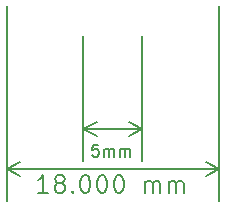
<source format=gbr>
G04 #@! TF.FileFunction,Other,Comment*
%FSLAX46Y46*%
G04 Gerber Fmt 4.6, Leading zero omitted, Abs format (unit mm)*
G04 Created by KiCad (PCBNEW (2016-04-07 BZR 6673, Git 973786d)-product) date Fri 08 Apr 2016 06:49:24 PM CEST*
%MOMM*%
G01*
G04 APERTURE LIST*
%ADD10C,0.150000*%
%ADD11C,0.200000*%
G04 APERTURE END LIST*
D10*
D11*
X69512857Y-77828571D02*
X68655714Y-77828571D01*
X69084285Y-77828571D02*
X69084285Y-76328571D01*
X68941428Y-76542857D01*
X68798571Y-76685714D01*
X68655714Y-76757142D01*
X70370000Y-76971428D02*
X70227142Y-76900000D01*
X70155714Y-76828571D01*
X70084285Y-76685714D01*
X70084285Y-76614285D01*
X70155714Y-76471428D01*
X70227142Y-76400000D01*
X70370000Y-76328571D01*
X70655714Y-76328571D01*
X70798571Y-76400000D01*
X70870000Y-76471428D01*
X70941428Y-76614285D01*
X70941428Y-76685714D01*
X70870000Y-76828571D01*
X70798571Y-76900000D01*
X70655714Y-76971428D01*
X70370000Y-76971428D01*
X70227142Y-77042857D01*
X70155714Y-77114285D01*
X70084285Y-77257142D01*
X70084285Y-77542857D01*
X70155714Y-77685714D01*
X70227142Y-77757142D01*
X70370000Y-77828571D01*
X70655714Y-77828571D01*
X70798571Y-77757142D01*
X70870000Y-77685714D01*
X70941428Y-77542857D01*
X70941428Y-77257142D01*
X70870000Y-77114285D01*
X70798571Y-77042857D01*
X70655714Y-76971428D01*
X71584285Y-77685714D02*
X71655714Y-77757142D01*
X71584285Y-77828571D01*
X71512857Y-77757142D01*
X71584285Y-77685714D01*
X71584285Y-77828571D01*
X72584285Y-76328571D02*
X72727142Y-76328571D01*
X72870000Y-76400000D01*
X72941428Y-76471428D01*
X73012857Y-76614285D01*
X73084285Y-76900000D01*
X73084285Y-77257142D01*
X73012857Y-77542857D01*
X72941428Y-77685714D01*
X72870000Y-77757142D01*
X72727142Y-77828571D01*
X72584285Y-77828571D01*
X72441428Y-77757142D01*
X72370000Y-77685714D01*
X72298571Y-77542857D01*
X72227142Y-77257142D01*
X72227142Y-76900000D01*
X72298571Y-76614285D01*
X72370000Y-76471428D01*
X72441428Y-76400000D01*
X72584285Y-76328571D01*
X74012857Y-76328571D02*
X74155714Y-76328571D01*
X74298571Y-76400000D01*
X74370000Y-76471428D01*
X74441428Y-76614285D01*
X74512857Y-76900000D01*
X74512857Y-77257142D01*
X74441428Y-77542857D01*
X74370000Y-77685714D01*
X74298571Y-77757142D01*
X74155714Y-77828571D01*
X74012857Y-77828571D01*
X73870000Y-77757142D01*
X73798571Y-77685714D01*
X73727142Y-77542857D01*
X73655714Y-77257142D01*
X73655714Y-76900000D01*
X73727142Y-76614285D01*
X73798571Y-76471428D01*
X73870000Y-76400000D01*
X74012857Y-76328571D01*
X75441428Y-76328571D02*
X75584285Y-76328571D01*
X75727142Y-76400000D01*
X75798571Y-76471428D01*
X75870000Y-76614285D01*
X75941428Y-76900000D01*
X75941428Y-77257142D01*
X75870000Y-77542857D01*
X75798571Y-77685714D01*
X75727142Y-77757142D01*
X75584285Y-77828571D01*
X75441428Y-77828571D01*
X75298571Y-77757142D01*
X75227142Y-77685714D01*
X75155714Y-77542857D01*
X75084285Y-77257142D01*
X75084285Y-76900000D01*
X75155714Y-76614285D01*
X75227142Y-76471428D01*
X75298571Y-76400000D01*
X75441428Y-76328571D01*
X77727142Y-77828571D02*
X77727142Y-76828571D01*
X77727142Y-76971428D02*
X77798571Y-76900000D01*
X77941428Y-76828571D01*
X78155714Y-76828571D01*
X78298571Y-76900000D01*
X78370000Y-77042857D01*
X78370000Y-77828571D01*
X78370000Y-77042857D02*
X78441428Y-76900000D01*
X78584285Y-76828571D01*
X78798571Y-76828571D01*
X78941428Y-76900000D01*
X79012857Y-77042857D01*
X79012857Y-77828571D01*
X79727142Y-77828571D02*
X79727142Y-76828571D01*
X79727142Y-76971428D02*
X79798571Y-76900000D01*
X79941428Y-76828571D01*
X80155714Y-76828571D01*
X80298571Y-76900000D01*
X80370000Y-77042857D01*
X80370000Y-77828571D01*
X80370000Y-77042857D02*
X80441428Y-76900000D01*
X80584285Y-76828571D01*
X80798571Y-76828571D01*
X80941428Y-76900000D01*
X81012857Y-77042857D01*
X81012857Y-77828571D01*
X66000000Y-75800000D02*
X84000000Y-75800000D01*
X66000000Y-62000000D02*
X66000000Y-78500000D01*
X84000000Y-62000000D02*
X84000000Y-78500000D01*
X84000000Y-75800000D02*
X82873496Y-76386421D01*
X84000000Y-75800000D02*
X82873496Y-75213579D01*
X66000000Y-75800000D02*
X67126504Y-76386421D01*
X66000000Y-75800000D02*
X67126504Y-75213579D01*
X73774761Y-73752380D02*
X73298571Y-73752380D01*
X73250952Y-74228571D01*
X73298571Y-74180952D01*
X73393809Y-74133333D01*
X73631904Y-74133333D01*
X73727142Y-74180952D01*
X73774761Y-74228571D01*
X73822380Y-74323809D01*
X73822380Y-74561904D01*
X73774761Y-74657142D01*
X73727142Y-74704761D01*
X73631904Y-74752380D01*
X73393809Y-74752380D01*
X73298571Y-74704761D01*
X73250952Y-74657142D01*
X74250952Y-74752380D02*
X74250952Y-74085714D01*
X74250952Y-74180952D02*
X74298571Y-74133333D01*
X74393809Y-74085714D01*
X74536666Y-74085714D01*
X74631904Y-74133333D01*
X74679523Y-74228571D01*
X74679523Y-74752380D01*
X74679523Y-74228571D02*
X74727142Y-74133333D01*
X74822380Y-74085714D01*
X74965238Y-74085714D01*
X75060476Y-74133333D01*
X75108095Y-74228571D01*
X75108095Y-74752380D01*
X75584285Y-74752380D02*
X75584285Y-74085714D01*
X75584285Y-74180952D02*
X75631904Y-74133333D01*
X75727142Y-74085714D01*
X75870000Y-74085714D01*
X75965238Y-74133333D01*
X76012857Y-74228571D01*
X76012857Y-74752380D01*
X76012857Y-74228571D02*
X76060476Y-74133333D01*
X76155714Y-74085714D01*
X76298571Y-74085714D01*
X76393809Y-74133333D01*
X76441428Y-74228571D01*
X76441428Y-74752380D01*
X72500000Y-72400000D02*
X77500000Y-72400000D01*
X72500000Y-64500000D02*
X72500000Y-75100000D01*
X77500000Y-64500000D02*
X77500000Y-75100000D01*
X77500000Y-72400000D02*
X76373496Y-72986421D01*
X77500000Y-72400000D02*
X76373496Y-71813579D01*
X72500000Y-72400000D02*
X73626504Y-72986421D01*
X72500000Y-72400000D02*
X73626504Y-71813579D01*
M02*

</source>
